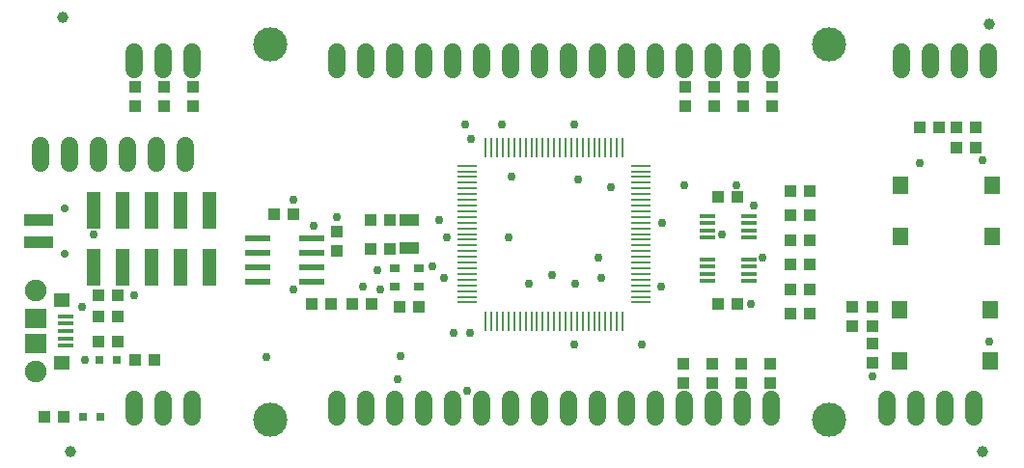
<source format=gts>
G75*
%MOIN*%
%OFA0B0*%
%FSLAX25Y25*%
%IPPOS*%
%LPD*%
%AMOC8*
5,1,8,0,0,1.08239X$1,22.5*
%
%ADD10R,0.06800X0.01100*%
%ADD11R,0.01100X0.06800*%
%ADD12R,0.08600X0.02200*%
%ADD13R,0.03937X0.04331*%
%ADD14R,0.04331X0.03937*%
%ADD15R,0.07087X0.03937*%
%ADD16R,0.03543X0.02559*%
%ADD17R,0.05512X0.06299*%
%ADD18R,0.09843X0.03937*%
%ADD19C,0.02756*%
%ADD20R,0.05000X0.12598*%
%ADD21R,0.05709X0.04528*%
%ADD22R,0.05512X0.01575*%
%ADD23R,0.07480X0.06890*%
%ADD24C,0.07480*%
%ADD25R,0.03150X0.03150*%
%ADD26C,0.11811*%
%ADD27C,0.06000*%
%ADD28R,0.05200X0.01400*%
%ADD29C,0.03937*%
%ADD30C,0.02953*%
D10*
X0211600Y0092978D03*
X0211600Y0094946D03*
X0211600Y0096915D03*
X0211600Y0098883D03*
X0211600Y0100852D03*
X0211600Y0102820D03*
X0211600Y0104789D03*
X0211600Y0106757D03*
X0211600Y0108726D03*
X0211600Y0110694D03*
X0211600Y0112663D03*
X0211600Y0114631D03*
X0211600Y0116600D03*
X0211600Y0118569D03*
X0211600Y0120537D03*
X0211600Y0122506D03*
X0211600Y0124474D03*
X0211600Y0126443D03*
X0211600Y0128411D03*
X0211600Y0130380D03*
X0211600Y0132348D03*
X0211600Y0134317D03*
X0211600Y0136285D03*
X0211600Y0138254D03*
X0211600Y0140222D03*
X0271600Y0140222D03*
X0271600Y0138254D03*
X0271600Y0136285D03*
X0271600Y0134317D03*
X0271600Y0132348D03*
X0271600Y0130380D03*
X0271600Y0128411D03*
X0271600Y0126443D03*
X0271600Y0124474D03*
X0271600Y0122506D03*
X0271600Y0120537D03*
X0271600Y0118569D03*
X0271600Y0116600D03*
X0271600Y0114631D03*
X0271600Y0112663D03*
X0271600Y0110694D03*
X0271600Y0108726D03*
X0271600Y0106757D03*
X0271600Y0104789D03*
X0271600Y0102820D03*
X0271600Y0100852D03*
X0271600Y0098883D03*
X0271600Y0096915D03*
X0271600Y0094946D03*
X0271600Y0092978D03*
D11*
X0265222Y0086600D03*
X0263254Y0086600D03*
X0261285Y0086600D03*
X0259317Y0086600D03*
X0257348Y0086600D03*
X0255380Y0086600D03*
X0253411Y0086600D03*
X0251443Y0086600D03*
X0249474Y0086600D03*
X0247506Y0086600D03*
X0245537Y0086600D03*
X0243569Y0086600D03*
X0241600Y0086600D03*
X0239631Y0086600D03*
X0237663Y0086600D03*
X0235694Y0086600D03*
X0233726Y0086600D03*
X0231757Y0086600D03*
X0229789Y0086600D03*
X0227820Y0086600D03*
X0225852Y0086600D03*
X0223883Y0086600D03*
X0221915Y0086600D03*
X0219946Y0086600D03*
X0217978Y0086600D03*
X0217978Y0146600D03*
X0219946Y0146600D03*
X0221915Y0146600D03*
X0223883Y0146600D03*
X0225852Y0146600D03*
X0227820Y0146600D03*
X0229789Y0146600D03*
X0231757Y0146600D03*
X0233726Y0146600D03*
X0235694Y0146600D03*
X0237663Y0146600D03*
X0239631Y0146600D03*
X0241600Y0146600D03*
X0243569Y0146600D03*
X0245537Y0146600D03*
X0247506Y0146600D03*
X0249474Y0146600D03*
X0251443Y0146600D03*
X0253411Y0146600D03*
X0255380Y0146600D03*
X0257348Y0146600D03*
X0259317Y0146600D03*
X0261285Y0146600D03*
X0263254Y0146600D03*
X0265222Y0146600D03*
D12*
X0157900Y0115100D03*
X0157900Y0110100D03*
X0157900Y0105100D03*
X0157900Y0100100D03*
X0139300Y0100100D03*
X0139300Y0105100D03*
X0139300Y0110100D03*
X0139300Y0115100D03*
D13*
X0157754Y0092600D03*
X0164446Y0092600D03*
X0171754Y0092600D03*
X0178446Y0092600D03*
X0103446Y0073100D03*
X0096754Y0073100D03*
X0090946Y0079600D03*
X0084254Y0079600D03*
X0084254Y0088100D03*
X0090946Y0088100D03*
X0090946Y0095600D03*
X0084254Y0095600D03*
X0072261Y0053600D03*
X0065569Y0053600D03*
X0367883Y0153600D03*
X0374576Y0153600D03*
X0380383Y0153600D03*
X0387076Y0153600D03*
X0387076Y0146600D03*
X0380383Y0146600D03*
D14*
X0329946Y0131600D03*
X0323254Y0131600D03*
X0323254Y0123100D03*
X0329946Y0123100D03*
X0329946Y0114600D03*
X0323254Y0114600D03*
X0323254Y0106100D03*
X0329946Y0106100D03*
X0329946Y0097600D03*
X0323254Y0097600D03*
X0323254Y0089100D03*
X0329946Y0089100D03*
X0344600Y0091446D03*
X0351600Y0091446D03*
X0351600Y0084754D03*
X0344600Y0084754D03*
X0351600Y0078946D03*
X0351600Y0072254D03*
X0316289Y0071946D03*
X0306289Y0071946D03*
X0296289Y0071946D03*
X0286289Y0071946D03*
X0286289Y0065254D03*
X0296289Y0065254D03*
X0306289Y0065254D03*
X0316289Y0065254D03*
X0304946Y0092600D03*
X0298254Y0092600D03*
X0298254Y0129600D03*
X0304946Y0129600D03*
X0306915Y0160754D03*
X0316915Y0160754D03*
X0316915Y0167446D03*
X0306915Y0167446D03*
X0296915Y0167446D03*
X0286915Y0167446D03*
X0286915Y0160754D03*
X0296915Y0160754D03*
X0184946Y0121600D03*
X0178254Y0121600D03*
X0166600Y0117446D03*
X0166600Y0110754D03*
X0178254Y0111600D03*
X0184946Y0111600D03*
X0151446Y0123600D03*
X0144754Y0123600D03*
X0188254Y0091600D03*
X0194946Y0091600D03*
X0116915Y0160754D03*
X0106915Y0160754D03*
X0096915Y0160754D03*
X0096915Y0167446D03*
X0106915Y0167446D03*
X0116915Y0167446D03*
D15*
X0191600Y0121521D03*
X0191600Y0111679D03*
D16*
X0194734Y0104848D03*
X0194734Y0098352D03*
X0186466Y0098352D03*
X0186466Y0104848D03*
D17*
X0360852Y0090458D03*
X0392348Y0090458D03*
X0392348Y0072742D03*
X0360852Y0072742D03*
X0361352Y0115742D03*
X0392848Y0115742D03*
X0392848Y0133458D03*
X0361352Y0133458D03*
D18*
X0063553Y0121537D03*
X0063553Y0113663D03*
D19*
X0072411Y0109726D03*
X0072411Y0125474D03*
D20*
X0082415Y0124943D03*
X0092415Y0124943D03*
X0102415Y0124943D03*
X0112415Y0124943D03*
X0122415Y0124943D03*
X0122415Y0105257D03*
X0112415Y0105257D03*
X0102415Y0105257D03*
X0092415Y0105257D03*
X0082415Y0105257D03*
D21*
X0071380Y0093730D03*
X0071380Y0072076D03*
D22*
X0073033Y0077982D03*
X0073033Y0080541D03*
X0073033Y0083100D03*
X0073033Y0085659D03*
X0073033Y0088218D03*
D23*
X0062600Y0087529D03*
X0062600Y0078671D03*
D24*
X0062600Y0069025D03*
X0062600Y0097175D03*
D25*
X0084647Y0073100D03*
X0090553Y0073100D03*
X0084868Y0053600D03*
X0078962Y0053600D03*
D26*
X0143529Y0052348D03*
X0336443Y0052348D03*
X0336443Y0182269D03*
X0143529Y0182269D03*
D27*
X0166600Y0179600D02*
X0166600Y0173600D01*
X0176600Y0173600D02*
X0176600Y0179600D01*
X0186600Y0179600D02*
X0186600Y0173600D01*
X0196600Y0173600D02*
X0196600Y0179600D01*
X0206600Y0179600D02*
X0206600Y0173600D01*
X0216600Y0173600D02*
X0216600Y0179600D01*
X0226600Y0179600D02*
X0226600Y0173600D01*
X0236600Y0173600D02*
X0236600Y0179600D01*
X0246600Y0179600D02*
X0246600Y0173600D01*
X0256600Y0173600D02*
X0256600Y0179600D01*
X0266600Y0179600D02*
X0266600Y0173600D01*
X0276600Y0173600D02*
X0276600Y0179600D01*
X0286600Y0179600D02*
X0286600Y0173600D01*
X0296600Y0173600D02*
X0296600Y0179600D01*
X0306600Y0179600D02*
X0306600Y0173600D01*
X0316600Y0173600D02*
X0316600Y0179600D01*
X0361600Y0179600D02*
X0361600Y0173600D01*
X0371600Y0173600D02*
X0371600Y0179600D01*
X0381600Y0179600D02*
X0381600Y0173600D01*
X0391600Y0173600D02*
X0391600Y0179600D01*
X0386600Y0059600D02*
X0386600Y0053600D01*
X0376600Y0053600D02*
X0376600Y0059600D01*
X0366600Y0059600D02*
X0366600Y0053600D01*
X0356600Y0053600D02*
X0356600Y0059600D01*
X0316600Y0059600D02*
X0316600Y0053600D01*
X0306600Y0053600D02*
X0306600Y0059600D01*
X0296600Y0059600D02*
X0296600Y0053600D01*
X0286600Y0053600D02*
X0286600Y0059600D01*
X0276600Y0059600D02*
X0276600Y0053600D01*
X0266600Y0053600D02*
X0266600Y0059600D01*
X0256600Y0059600D02*
X0256600Y0053600D01*
X0246600Y0053600D02*
X0246600Y0059600D01*
X0236600Y0059600D02*
X0236600Y0053600D01*
X0226600Y0053600D02*
X0226600Y0059600D01*
X0216600Y0059600D02*
X0216600Y0053600D01*
X0206600Y0053600D02*
X0206600Y0059600D01*
X0196600Y0059600D02*
X0196600Y0053600D01*
X0186600Y0053600D02*
X0186600Y0059600D01*
X0176600Y0059600D02*
X0176600Y0053600D01*
X0166600Y0053600D02*
X0166600Y0059600D01*
X0116600Y0059600D02*
X0116600Y0053600D01*
X0106600Y0053600D02*
X0106600Y0059600D01*
X0096600Y0059600D02*
X0096600Y0053600D01*
X0094230Y0141100D02*
X0094230Y0147100D01*
X0104230Y0147100D02*
X0104230Y0141100D01*
X0114230Y0141100D02*
X0114230Y0147100D01*
X0084230Y0147100D02*
X0084230Y0141100D01*
X0074230Y0141100D02*
X0074230Y0147100D01*
X0064230Y0147100D02*
X0064230Y0141100D01*
X0096600Y0173600D02*
X0096600Y0179600D01*
X0106600Y0179600D02*
X0106600Y0173600D01*
X0116600Y0173600D02*
X0116600Y0179600D01*
D28*
X0294400Y0122900D03*
X0294400Y0120400D03*
X0294400Y0117800D03*
X0294400Y0115300D03*
X0294400Y0107900D03*
X0294400Y0105400D03*
X0294400Y0102800D03*
X0294400Y0100300D03*
X0308800Y0100300D03*
X0308800Y0102800D03*
X0308800Y0105400D03*
X0308800Y0107900D03*
X0308800Y0115300D03*
X0308800Y0117800D03*
X0308800Y0120400D03*
X0308800Y0122900D03*
D29*
X0074415Y0041600D03*
X0389415Y0041600D03*
X0391915Y0189100D03*
X0071915Y0191600D03*
D30*
X0151600Y0128600D03*
X0166600Y0122600D03*
X0158600Y0119600D03*
X0180600Y0104100D03*
X0175600Y0098600D03*
X0181600Y0097600D03*
X0199600Y0105600D03*
X0203600Y0101600D03*
X0204600Y0115600D03*
X0201915Y0121600D03*
X0225915Y0115600D03*
X0240915Y0102600D03*
X0232915Y0099600D03*
X0248915Y0099600D03*
X0257915Y0101600D03*
X0256915Y0108600D03*
X0278600Y0098600D03*
X0309600Y0092600D03*
X0313600Y0108600D03*
X0299600Y0116600D03*
X0310600Y0126600D03*
X0304600Y0133600D03*
X0286600Y0133600D03*
X0278915Y0120600D03*
X0261128Y0132734D03*
X0249915Y0135600D03*
X0226915Y0136600D03*
X0212915Y0149600D03*
X0210915Y0154600D03*
X0223600Y0154600D03*
X0248600Y0154600D03*
X0367730Y0141100D03*
X0389415Y0142100D03*
X0391915Y0079600D03*
X0351600Y0067600D03*
X0271915Y0078600D03*
X0248600Y0078600D03*
X0212600Y0082600D03*
X0206915Y0082600D03*
X0188600Y0074600D03*
X0187600Y0066600D03*
X0211600Y0062600D03*
X0142100Y0074100D03*
X0096600Y0095600D03*
X0078600Y0091600D03*
X0079600Y0073100D03*
X0151600Y0097600D03*
X0082600Y0116600D03*
M02*

</source>
